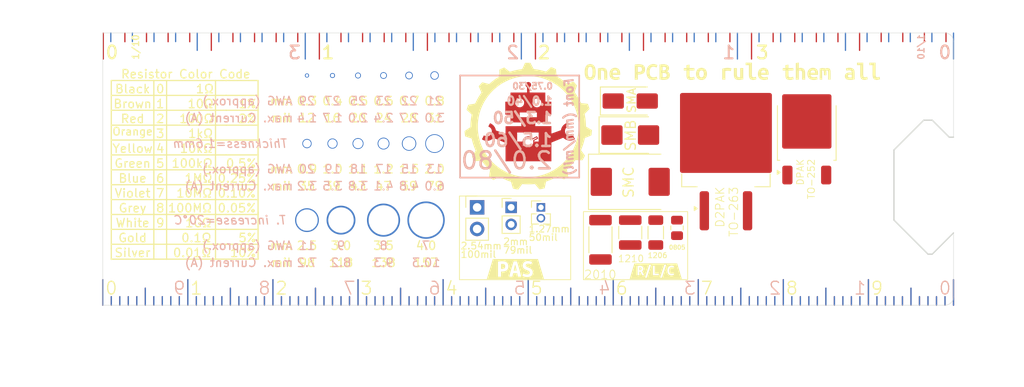
<source format=kicad_pcb>
(kicad_pcb (version 20240108) (generator "pcbnew") (generator_version "8.0")
  (layers (0 "F.Cu" signal) (31 "B.Cu" signal) (34 "B.Paste" user) (35 "F.Paste" user) (36 "B.SilkS" user "B.Silkscreen") (37 "F.SilkS" user "F.Silkscreen") (38 "B.Mask" user) (39 "F.Mask" user) (44 "Edge.Cuts" user))
  (net 0 "")
  (footprint "Footprints:Drills" (layer "F.Cu") (at 168 56)
    (property "Reference" "REF**" (hide yes))
    (property "Value" "Drills" (hide yes))
    (fp_text user "29" (at -5 7 0) (layer "B.SilkS") (effects (justify mirror)))
    (fp_text user "19" (at -2 15 0) (layer "B.SilkS") (effects (justify mirror)))
    (fp_text user "8" (at 4 24 0) (layer "B.SilkS") (effects (justify mirror)))
    (fp_text user "7.2" (at -5 26 0) (layer "B.SilkS") (effects (justify mirror)))
    (fp_text user "9.3" (at 4 26 0) (layer "B.SilkS") (effects (justify mirror)))
    (fp_text user "13" (at 10 15 0) (layer "B.SilkS") (effects (justify mirror)))
    (fp_text user "17" (at 4 15 0) (layer "B.SilkS") (effects (justify mirror)))
    (fp_text user "max. Current (A)" (at -13 17 0) (layer "B.SilkS") (effects (justify mirror)))
    (fp_text user "27" (at -2 7 0) (layer "B.SilkS") (effects (justify mirror)))
    (fp_text user "1.4" (at -5 9 0) (layer "B.SilkS") (effects (justify mirror)))
    (fp_text user "20" (at -5 15 0) (layer "B.SilkS") (effects (justify mirror)))
    (fp_text user "2.7" (at 7 9 0) (layer "B.SilkS") (effects (justify mirror)))
    (fp_text user "10.3" (at 9 26 0) (layer "B.SilkS") (effects (justify mirror)))
    (fp_text user "3.0" (at 10 9 0) (layer "B.SilkS") (effects (justify mirror)))
    (fp_text user "7" (at 9 24 0) (layer "B.SilkS") (effects (justify mirror)))
    (fp_text user "3.2" (at -5 17 0) (layer "B.SilkS") (effects (justify mirror)))
    (fp_text user "AWG (approx.)" (at -12 7 0) (layer "B.SilkS") (effects (justify mirror)))
    (fp_text user "9" (at -1 24 0) (layer "B.SilkS") (effects (justify mirror)))
    (fp_text user "2.0" (at 1 9 0) (layer "B.SilkS") (effects (justify mirror)))
    (fp_text user "22" (at 7 7 0) (layer "B.SilkS") (effects (justify mirror)))
    (fp_text user "6.0" (at 10 17 0) (layer "B.SilkS") (effects (justify mirror)))
    (fp_text user "4.8" (at 7 17 0) (layer "B.SilkS") (effects (justify mirror)))
    (fp_text user "2.4" (at 4 9 0) (layer "B.SilkS") (effects (justify mirror)))
    (fp_text user "3.8" (at 1 17 0) (layer "B.SilkS") (effects (justify mirror)))
    (fp_text user "1.7" (at -2 9 0) (layer "B.SilkS") (effects (justify mirror)))
    (fp_text user "3.5" (at -2 17 0) (layer "B.SilkS") (effects (justify mirror)))
    (fp_text user "11" (at -5 24 0) (layer "B.SilkS") (effects (justify mirror)))
    (fp_text user "T. increase=20°C" (at -14 21 0) (layer "B.SilkS") (effects (font (thickness 0.15) (italic yes)) (justify mirror)))
    (fp_text user "AWG (approx.)" (at -12 24 0) (layer "B.SilkS") (effects (justify mirror)))
    (fp_text user "Thickness=1.6mm" (at -14 12 0) (layer "B.SilkS") (effects (font (thickness 0.15) (italic yes)) (justify mirror)))
    (fp_text user "15" (at 7 15 0) (layer "B.SilkS") (effects (justify mirror)))
    (fp_text user "25" (at 1 7 0) (layer "B.SilkS") (effects (justify mirror)))
    (fp_text user "max. Current (A)" (at -13 26 0) (layer "B.SilkS") (effects (justify mirror)))
    (fp_text user "23" (at 4 7 0) (layer "B.SilkS") (effects (justify mirror)))
    (fp_text user "21" (at 10 7 0) (layer "B.SilkS") (effects (justify mirror)))
    (fp_text user "18" (at 1 15 0) (layer "B.SilkS") (effects (justify mirror)))
    (fp_text user "AWG (approx.)" (at -12 15 0) (layer "B.SilkS") (effects (justify mirror)))
    (fp_text user "max. Current (A)" (at -13 9 0) (layer "B.SilkS") (effects (justify mirror)))
    (fp_text user "4.1" (at 4 17 0) (layer "B.SilkS") (effects (justify mirror)))
    (fp_text user "8.2" (at -1 26 0) (layer "B.SilkS") (effects (justify mirror)))
    (fp_text user "3.5" (at 4 24 0) (layer "F.SilkS"))
    (fp_text user "24" (at 4 9 0) (layer "F.SilkS"))
    (fp_text user "1.5" (at 7 15 0) (layer "F.SilkS"))
    (fp_text user "3.0" (at -1 24 0) (layer "F.SilkS"))
    (fp_text user "mm" (at -8 24 0) (layer "F.SilkS"))
    (fp_text user "0.9" (at -5 15 0) (layer "F.SilkS"))
    (fp_text user "4.0" (at 9 24 0) (layer "F.SilkS"))
    (fp_text user "79" (at 10 17 0) (layer "F.SilkS"))
    (fp_text user "39" (at -2 17 0) (layer "F.SilkS"))
    (fp_text user "98" (at -5 26 0) (layer "F.SilkS"))
    (fp_text user "118" (at -1 26 0) (layer "F.SilkS"))
    (fp_text user "138" (at 4 26 0) (layer "F.SilkS"))
    (fp_text user "2.0" (at 10 15 0) (layer "F.SilkS"))
    (fp_text user "1.2" (at 4 15 0) (layer "F.SilkS"))
    (fp_text user "31" (at 10 9 0) (layer "F.SilkS"))
    (fp_text user "mm" (at -8 7 0) (layer "F.SilkS"))
    (fp_text user "mm" (at -8 15 0) (layer "F.SilkS"))
    (fp_text user "16" (at -2 9 0) (layer "F.SilkS"))
    (fp_text user "0.3" (at -5 7 0) (layer "F.SilkS"))
    (fp_text user "0.5" (at 1 7 0) (layer "F.SilkS"))
    (fp_text user "0.7" (at 7 7 0) (layer "F.SilkS"))
    (fp_text user "59" (at 7 17 0) (layer "F.SilkS"))
    (fp_text user "1.1" (at 1 15 0) (layer "F.SilkS"))
    (fp_text user "47" (at 4 17 0) (layer "F.SilkS"))
    (fp_text user "35" (at -5 17 0) (layer "F.SilkS"))
    (fp_text user "20" (at 1 9 0) (layer "F.SilkS"))
    (fp_text user "0.6" (at 4 7 0) (layer "F.SilkS"))
    (fp_text user "mil" (at -8 17 0) (layer "F.SilkS"))
    (fp_text user "28" (at 7 9 0) (layer "F.SilkS"))
    (fp_text user "0.8" (at 10 7 0) (layer "F.SilkS"))
    (fp_text user "157" (at 9 26 0) (layer "F.SilkS"))
    (fp_text user "mil" (at -8 26 0) (layer "F.SilkS"))
    (fp_text user "1.0" (at -2 15 0) (layer "F.SilkS"))
    (fp_text user "43" (at 1 17 0) (layer "F.SilkS"))
    (fp_text user "2.5" (at -5 24 0) (layer "F.SilkS"))
    (fp_text user "mil" (at -8 9 0) (layer "F.SilkS"))
    (fp_text user "12" (at -5 9 0) (layer "F.SilkS"))
    (fp_text user "0.4" (at -2 7 0) (layer "F.SilkS"))
    (pad "" np_thru_hole circle (at -5 4) (size 0.5 0.5) (drill 0.3048) (layers "B.Cu" "B.Mask"))
    (pad "" np_thru_hole circle (at -5 12) (size 1.1 1.1) (drill 0.9) (layers "B.Cu" "B.Mask"))
    (pad "" np_thru_hole circle (at -5 21) (size 2.8 2.8) (drill 2.5) (layers "B.Cu" "B.Mask"))
    (pad "" np_thru_hole circle (at -2 4) (size 0.6 0.6) (drill 0.4) (layers "B.Cu" "B.Mask"))
    (pad "" np_thru_hole circle (at -2 12) (size 1.2 1.2) (drill 1) (layers "B.Cu" "B.Mask"))
    (pad "" np_thru_hole circle (at -1 21) (size 3.4 3.4) (drill 3) (layers "B.Cu" "B.Mask"))
    (pad "" np_thru_hole circle (at 1 4) (size 0.7 0.7) (drill 0.5) (layers "B.Cu" "B.Mask"))
    (pad "" np_thru_hole circle (at 1 12) (size 1.3 1.3) (drill 1.1) (layers "B.Cu" "B.Mask"))
    (pad "" np_thru_hole circle (at 4 4) (size 0.8 0.8) (drill 0.6) (layers "B.Cu" "B.Mask"))
    (pad "" np_thru_hole circle (at 4 12) (size 1.4 1.4) (drill 1.2) (layers "B.Cu" "B.Mask"))
    (pad "" np_thru_hole circle (at 4 21) (size 3.9 3.9) (drill 3.5) (layers "B.Cu" "B.Mask"))
    (pad "" np_thru_hole circle (at 7 4) (size 0.9 0.9) (drill 0.7) (layers "B.Cu" "B.Mask"))
    (pad "" np_thru_hole circle (at 7 12) (size 1.7 1.7) (drill 1.5) (layers "B.Cu" "B.Mask"))
    (pad "" np_thru_hole circle (at 9 21) (size 4.4 4.4) (drill 4) (layers "B.Cu" "B.Mask"))
    (pad "" np_thru_hole circle (at 10 4) (size 1 1) (drill 0.8) (layers "B.Cu" "B.Mask"))
    (pad "" np_thru_hole circle (at 10 12) (size 2.2 2.2) (drill 2) (layers "B.Cu" "B.Mask"))
  )
  (footprint "Resistor_SMD:R_1210_3225Metric" (layer "F.Cu") (at 201 78.4625 90)
    (property "Reference" "REF**" (hide yes))
    (property "Value" "R_1210_3225Metric" (hide yes))
    (pad "1" smd roundrect (at -1.4625 0 90) (size 1.125 2.65) (layers "F.Cu" "F.Paste" "F.Mask") (roundrect_rratio 0.222222))
    (pad "2" smd roundrect (at 1.4625 0 90) (size 1.125 2.65) (layers "F.Cu" "F.Paste" "F.Mask") (roundrect_rratio 0.222222))
  )
  (footprint "MountingHole:MountingHole_3.2mm_M3_DIN965" (layer "F.Cu") (at 234.75 60.75)
    (property "Reference" "REF**" (hide yes))
    (property "Value" "MountingHole_3.2mm_M3_DIN965")
    (pad "" np_thru_hole circle (at 0 0) (size 3.2 3.2) (drill 3.2) (layers "*.Cu" "*.Mask"))
  )
  (footprint "Diode_SMD:D_SMB" (layer "F.Cu") (at 201 67)
    (property "Reference" "REF**" (hide yes))
    (property "Value" "D_SMB")
    (pad "1" smd roundrect (at -2.15 0) (size 2.5 2.3) (layers "F.Cu" "F.Paste" "F.Mask") (roundrect_rratio 0.1086956522))
    (pad "2" smd roundrect (at 2.15 0) (size 2.5 2.3) (layers "F.Cu" "F.Paste" "F.Mask") (roundrect_rratio 0.1086956522))
  )
  (footprint "Package_TO_SOT_SMD:TO-252-2" (layer "F.Cu") (at 221.7525 66.66 90)
    (property "Reference" "REF**" (hide yes))
    (property "Value" "TO-252-2")
    (pad "1" smd roundrect (at -5.04 -2.28 90) (size 2.2 1.2) (layers "F.Cu" "F.Paste" "F.Mask") (roundrect_rratio 0.208333))
    (pad "2" smd roundrect (at 1.26 0 90) (size 6.4 5.8) (layers "F.Cu" "F.Paste" "F.Mask") (roundrect_rratio 0.043103))
    (pad "3" smd roundrect (at -5.04 2.28 90) (size 2.2 1.2) (layers "F.Cu" "F.Paste" "F.Mask") (roundrect_rratio 0.208333))
  )
  (footprint "Connector_PinHeader_1.27mm:PinHeader_1x02_P1.27mm_Vertical" (layer "F.Cu") (at 190.5 75.5)
    (property "Reference" "REF**" (hide yes))
    (property "Value" "PinHeader_1x02_P1.27mm_Vertical" (hide yes))
    (pad "1" thru_hole rect (at 0 0) (size 1 1) (drill 0.65) (layers "*.Cu" "*.Mask"))
    (pad "2" thru_hole oval (at 0 1.27) (size 1 1) (drill 0.65) (layers "*.Cu" "*.Mask"))
  )
  (footprint "Footprints:Inch_Ruler_3.5in_10" (layer "F.Cu") (at 139.0575 55)
    (property "Reference" "REF**" (hide yes))
    (property "Value" "Inch_Ruler_3.5in_10")
    (fp_line (start 0 0.0127) (end 0 3.0607) (stroke (width 0.15)) (layer "F.Cu"))
    (fp_line (start 2.54 0.0127) (end 2.54 1.0287) (stroke (width 0.15)) (layer "F.Cu"))
    (fp_line (start 5.08 0.0127) (end 5.08 1.0287) (stroke (width 0.15)) (layer "F.Cu"))
    (fp_line (start 7.62 0.0127) (end 7.62 1.0287) (stroke (width 0.15)) (layer "F.Cu"))
    (fp_line (start 10.16 0.0127) (end 10.16 1.0287) (stroke (width 0.15)) (layer "F.Cu"))
    (fp_line (start 12.7 0.0127) (end 12.7 2.0447) (stroke (width 0.15)) (layer "F.Cu"))
    (fp_line (start 15.24 0.0127) (end 15.24 1.0287) (stroke (width 0.15)) (layer "F.Cu"))
    (fp_line (start 17.78 0.0127) (end 17.78 1.0287) (stroke (width 0.15)) (layer "F.Cu"))
    (fp_line (start 20.32 0.0127) (end 20.32 1.0287) (stroke (width 0.15)) (layer "F.Cu"))
    (fp_line (start 22.86 0.0127) (end 22.86 1.0287) (stroke (width 0.15)) (layer "F.Cu"))
    (fp_line (start 25.4 0.0127) (end 25.4 3.0607) (stroke (width 0.15)) (layer "F.Cu"))
    (fp_line (start 27.94 0.0127) (end 27.94 1.0287) (stroke (width 0.15)) (layer "F.Cu"))
    (fp_line (start 30.48 0.0127) (end 30.48 1.0287) (stroke (width 0.15)) (layer "F.Cu"))
    (fp_line (start 33.02 0.0127) (end 33.02 1.0287) (stroke (width 0.15)) (layer "F.Cu"))
    (fp_line (start 35.56 0.0127) (end 35.56 1.0287) (stroke (width 0.15)) (layer "F.Cu"))
    (fp_line (start 38.1 0.0127) (end 38.1 2.0447) (stroke (width 0.15)) (layer "F.Cu"))
    (fp_line (start 40.64 0.0127) (end 40.64 1.0287) (stroke (width 0.15)) (layer "F.Cu"))
    (fp_line (start 43.18 0.0127) (end 43.18 1.0287) (stroke (width 0.15)) (layer "F.Cu"))
    (fp_line (start 45.72 0.0127) (end 45.72 1.0287) (stroke (width 0.15)) (layer "F.Cu"))
    (fp_line (start 48.26 0.0127) (end 48.26 1.0287) (stroke (width 0.15)) (layer "F.Cu"))
    (fp_line (start 50.8 0.0127) (end 50.8 3.0607) (stroke (width 0.15)) (layer "F.Cu"))
    (fp_line (start 53.34 0.0127) (end 53.34 1.0287) (stroke (width 0.15)) (layer "F.Cu"))
    (fp_line (start 55.88 0.0127) (end 55.88 1.0287) (stroke (width 0.15)) (layer "F.Cu"))
    (fp_line (start 58.42 0.0127) (end 58.42 1.0287) (stroke (width 0.15)) (layer "F.Cu"))
    (fp_line (start 60.96 0.0127) (end 60.96 1.0287) (stroke (width 0.15)) (layer "F.Cu"))
    (fp_line (start 63.5 0.0127) (end 63.5 2.0447) (stroke (width 0.15)) (layer "F.Cu"))
    (fp_line (start 66.04 0.0127) (end 66.04 1.0287) (stroke (width 0.15)) (layer "F.Cu"))
    (fp_line (start 68.58 0.0127) (end 68.58 1.0287) (stroke (width 0.15)) (layer "F.Cu"))
    (fp_line (start 71.12 0.0127) (end 71.12 1.0287) (stroke (width 0.15)) (layer "F.Cu"))
    (fp_line (start 73.66 0.0127) (end 73.66 1.0287) (stroke (width 0.15)) (layer "F.Cu"))
    (fp_line (start 76.2 0.0127) (end 76.2 3.0607) (stroke (width 0.15)) (layer "F.Cu"))
    (fp_line (start 78.74 0.0127) (end 78.74 1.0287) (stroke (width 0.15)) (layer "F.Cu"))
    (fp_line (start 81.28 0.0127) (end 81.28 1.0287) (stroke (width 0.15)) (layer "F.Cu"))
    (fp_line (start 83.82 0.0127) (end 83.82 1.0287) (stroke (width 0.15)) (layer "F.Cu"))
    (fp_line (start 86.36 0.0127) (end 86.36 1.0287) (stroke (width 0.15)) (layer "F.Cu"))
    (fp_line (start 88.9 0.0127) (end 88.9 2.0447) (stroke (width 0.15)) (layer "F.Cu"))
    (fp_line (start 91.44 0) (end 91.44 1.016) (stroke (width 0.15)) (layer "F.Cu"))
    (fp_line (start 93.98 0) (end 93.98 1.016) (stroke (width 0.15)) (layer "F.Cu"))
    (fp_line (start 96.52 0) (end 96.52 1.016) (stroke (width 0.15)) (layer "F.Cu"))
    (fp_line (start 99.06 0) (end 99.06 1.016) (stroke (width 0.15)) (layer "F.Cu"))
    (fp_text user "1" (at 26.416 2.2987 0) (layer "F.SilkS") (effects (font (size 1.5 1.5) (thickness 0.25))))
    (fp_text user "2" (at 51.816 2.2987 0) (layer "F.SilkS") (effects (font (size 1.5 1.5) (thickness 0.25))))
    (fp_text user "3" (at 77.47 2.2987 0) (layer "F.SilkS") (effects (font (size 1.5 1.5) (thickness 0.25))))
    (fp_text user "0" (at 1.016 2.286 0) (layer "F.SilkS") (effects (font (size 1.5 1.5) (thickness 0.25))))
    (fp_text user "1/10" (at 3.81 1.651 90) (layer "F.SilkS") (effects (font (size 0.75 0.75))))
  )
  (footprint "Diode_SMD:D_SMC" (layer "F.Cu") (at 201 72.5)
    (property "Reference" "REF**" (hide yes))
    (property "Value" "D_SMC")
    (pad "1" smd roundrect (at -3.4 0 90) (size 3.3 2.5) (layers "F.Cu" "F.Paste" "F.Mask") (roundrect_rratio 0.1))
    (pad "2" smd roundrect (at 3.4 0 90) (size 3.3 2.5) (layers "F.Cu" "F.Paste" "F.Mask") (roundrect_rratio 0.1))
  )
  (footprint "Diode_SMD:D_SMA" (layer "F.Cu") (at 201 63)
    (property "Reference" "REF**" (hide yes))
    (property "Value" "D_SMA")
    (pad "1" smd roundrect (at -2 0) (size 2.5 1.8) (layers "F.Cu" "F.Paste" "F.Mask") (roundrect_rratio 0.1388888889))
    (pad "2" smd roundrect (at 2 0) (size 2.5 1.8) (layers "F.Cu" "F.Paste" "F.Mask") (roundrect_rratio 0.1388888889))
  )
  (footprint "Footprints:Metric_Ruler_98mm" (layer "F.Cu") (at 146 83)
    (property "Reference" "REF**" (hide yes))
    (property "Value" "Metric_Ruler_90mm")
    (fp_line (start -7 4) (end -7 1) (stroke (width 0.15)) (layer "F.Cu"))
    (fp_line (start -6 4) (end -6 3) (stroke (width 0.15)) (layer "F.Cu"))
    (fp_line (start -5 4) (end -5 3) (stroke (width 0.15)) (layer "F.Cu"))
    (fp_line (start -4 4) (end -4 3) (stroke (width 0.15)) (layer "F.Cu"))
    (fp_line (start -3 4) (end -3 3) (stroke (width 0.15)) (layer "F.Cu"))
    (fp_line (start -2 4) (end -2 2) (stroke (width 0.15)) (layer "F.Cu"))
    (fp_line (start -1 4) (end -1 3) (stroke (width 0.15)) (layer "F.Cu"))
    (fp_line (start 0 4) (end 0 3) (stroke (width 0.15)) (layer "F.Cu"))
    (fp_line (start 1 4) (end 1 3) (stroke (width 0.15)) (layer "F.Cu"))
    (fp_line (start 2 4) (end 2 3) (stroke (width 0.15)) (layer "F.Cu"))
    (fp_line (start 3 4) (end 3 1) (stroke (width 0.15)) (layer "F.Cu"))
    (fp_line (start 4 4) (end 4 3) (stroke (width 0.15)) (layer "F.Cu"))
    (fp_line (start 5 4) (end 5 3) (stroke (width 0.15)) (layer "F.Cu"))
    (fp_line (start 6 4) (end 6 3) (stroke (width 0.15)) (layer "F.Cu"))
    (fp_line (start 7 4) (end 7 3) (stroke (width 0.15)) (layer "F.Cu"))
    (fp_line (start 8 4) (end 8 2) (stroke (width 0.15)) (layer "F.Cu"))
    (fp_line (start 9 4) (end 9 3) (stroke (width 0.15)) (layer "F.Cu"))
    (fp_line (start 10 4) (end 10 3) (stroke (width 0.15)) (layer "F.Cu"))
    (fp_line (start 11 4) (end 11 3) (stroke (width 0.15)) (layer "F.Cu"))
    (fp_line (start 12 4) (end 12 3) (stroke (width 0.15)) (layer "F.Cu"))
    (fp_line (start 13 4) (end 13 1) (stroke (width 0.15)) (layer "F.Cu"))
    (fp_line (start 14 4) (end 14 3) (stroke (width 0.15)) (layer "F.Cu"))
    (fp_line (start 15 4) (end 15 3) (stroke (width 0.15)) (layer "F.Cu"))
    (fp_line (start 16 4) (end 16 3) (stroke (width 0.15)) (layer "F.Cu"))
    (fp_line (start 17 4) (end 17 3) (stroke (width 0.15)) (layer "F.Cu"))
    (fp_line (start 18 4) (end 18 2) (stroke (width 0.15)) (layer "F.Cu"))
    (fp_line (start 19 4) (end 19 3) (stroke (width 0.15)) (layer "F.Cu"))
    (fp_line (start 20 4) (end 20 3) (stroke (width 0.15)) (layer "F.Cu"))
    (fp_line (start 21 4) (end 21 3) (stroke (width 0.15)) (layer "F.Cu"))
    (fp_line (start 22 4) (end 22 3) (stroke (width 0.15)) (layer "F.Cu"))
    (fp_line (start 23 4) (end 23 1) (stroke (width 0.15)) (layer "F.Cu"))
    (fp_line (start 24 4) (end 24 3) (stroke (width 0.15)) (layer "F.Cu"))
    (fp_line (start 25 4) (end 25 3) (stroke (width 0.15)) (layer "F.Cu"))
    (fp_line (start 26 4) (end 26 3) (stroke (width 0.15)) (layer "F.Cu"))
    (fp_line (start 27 4) (end 27 3) (stroke (width 0.15)) (layer "F.Cu"))
    (fp_line (start 28 4) (end 28 2) (stroke (width 0.15)) (layer "F.Cu"))
    (fp_line (start 29 4) (end 29 3) (stroke (width 0.15)) (layer "F.Cu"))
    (fp_line (start 30 4) (end 30 3) (stroke (width 0.15)) (layer "F.Cu"))
    (fp_line (start 31 4) (end 31 3) (stroke (width 0.15)) (layer "F.Cu"))
    (fp_line (start 32 4) (end 32 3) (stroke (width 0.15)) (layer "F.Cu"))
    (fp_line (start 33 4) (end 33 1) (stroke (width 0.15)) (layer "F.Cu"))
    (fp_line (start 34 4) (end 34 3) (stroke (width 0.15)) (layer "F.Cu"))
    (fp_line (start 35 4) (end 35 3) (stroke (width 0.15)) (layer "F.Cu"))
    (fp_line (start 36 4) (end 36 3) (stroke (width 0.15)) (layer "F.Cu"))
    (fp_line (start 37 4) (end 37 3) (stroke (width 0.15)) (layer "F.Cu"))
    (fp_line (start 38 4) (end 38 2) (stroke (width 0.15)) (layer "F.Cu"))
    (fp_line (start 39 4) (end 39 3) (stroke (width 0.15)) (layer "F.Cu"))
    (fp_line (start 40 4) (end 40 3) (stroke (width 0.15)) (layer "F.Cu"))
    (fp_line (start 41 4) (end 41 3) (stroke (width 0.15)) (layer "F.Cu"))
    (fp_line (start 42 4) (end 42 3) (stroke (width 0.15)) (layer "F.Cu"))
    (fp_line (start 43 4) (end 43 1) (stroke (width 0.15)) (layer "F.Cu"))
    (fp_line (start 44 4) (end 44 3) (stroke (width 0.15)) (layer "F.Cu"))
    (fp_line (start 45 4) (end 45 3) (stroke (width 0.15)) (layer "F.Cu"))
    (fp_line (start 46 4) (end 46 3) (stroke (width 0.15)) (layer "F.Cu"))
    (fp_line (start 47 4) (end 47 3) (stroke (width 0.15)) (layer "F.Cu"))
    (fp_line (start 48 4) (end 48 2) (stroke (width 0.15)) (layer "F.Cu"))
    (fp_line (start 49 4) (end 49 3) (stroke (width 0.15)) (layer "F.Cu"))
    (fp_line (start 50 4) (end 50 3) (stroke (width 0.15)) (layer "F.Cu"))
    (fp_line (start 51 4) (end 51 3) (stroke (width 0.15)) (layer "F.Cu"))
    (fp_line (start 52 4) (end 52 3) (stroke (width 0.15)) (layer "F.Cu"))
    (fp_line (start 53 4) (end 53 1) (stroke (width 0.15)) (layer "F.Cu"))
    (fp_line (start 54 4) (end 54 3) (stroke (width 0.15)) (layer "F.Cu"))
    (fp_line (start 55 4) (end 55 3) (stroke (width 0.15)) (layer "F.Cu"))
    (fp_line (start 56 4) (end 56 3) (stroke (width 0.15)) (layer "F.Cu"))
    (fp_line (start 57 4) (end 57 3) (stroke (width 0.15)) (layer "F.Cu"))
    (fp_line (start 58 4) (end 58 2) (stroke (width 0.15)) (layer "F.Cu"))
    (fp_line (start 59 4) (end 59 3) (stroke (width 0.15)) (layer "F.Cu"))
    (fp_line (start 60 4) (end 60 3) (stroke (width 0.15)) (layer "F.Cu"))
    (fp_line (start 61 4) (end 61 3) (stroke (width 0.15)) (layer "F.Cu"))
    (fp_line (start 62 4) (end 62 3) (stroke (width 0.15)) (layer "F.Cu"))
    (fp_line (start 63 4) (end 63 1) (stroke (width 0.15)) (layer "F.Cu"))
    (fp_line (start 64 4) (end 64 3) (stroke (width 0.15)) (layer "F.Cu"))
    (fp_line (start 65 4) (end 65 3) (stroke (width 0.15)) (layer "F.Cu"))
    (fp_line (start 66 4) (end 66 3) (stroke (width 0.15)) (layer "F.Cu"))
    (fp_line (start 67 4) (end 67 3) (stroke (width 0.15)) (layer "F.Cu"))
    (fp_line (start 68 4) (end 68 2) (stroke (width 0.15)) (layer "F.Cu"))
    (fp_line (start 69 4) (end 69 3) (stroke (width 0.15)) (layer "F.Cu"))
    (fp_line (start 70 4) (end 70 3) (stroke (width 0.15)) (layer "F.Cu"))
    (fp_line (start 71 4) (end 71 3) (stroke (width 0.15)) (layer "F.Cu"))
    (fp_line (start 72 4) (end 72 3) (stroke (width 0.15)) (layer "F.Cu"))
    (fp_line (start 73 4) (end 73 1) (stroke (width 0.15)) (layer "F.Cu"))
    (fp_line (start 74 4) (end 74 3) (stroke (width 0.15)) (layer "F.Cu"))
    (fp_line (start 75 4) (end 75 3) (stroke (width 0.15)) (layer "F.Cu"))
    (fp_line (start 76 4) (end 76 3) (stroke (width 0.15)) (layer "F.Cu"))
    (fp_line (start 77 4) (end 77 3) (stroke (width 0.15)) (layer "F.Cu"))
    (fp_line (start 78 4) (end 78 2) (stroke (width 0.15)) (layer "F.Cu"))
    (fp_line (start 79 4) (end 79 3) (stroke (width 0.15)) (layer "F.Cu"))
    (fp_line (start 80 4) (end 80 3) (stroke (width 0.15)) (layer "F.Cu"))
    (fp_line (start 81 4) (end 81 3) (stroke (width 0.15)) (layer "F.Cu"))
    (fp_line (start 82 4) (end 82 3) (stroke (width 0.15)) (layer "F.Cu"))
    (fp_line (start 83 4) (end 83 1) (stroke (width 0.15)) (layer "F.Cu"))
    (fp_line (start 84 4) (end 84 3) (stroke (width 0.15)) (layer "F.Cu"))
    (fp_line (start 85 4) (end 85 3) (stroke (width 0.15)) (layer "F.Cu"))
    (fp_line (start 86 4) (end 86 3) (stroke (width 0.15)) (layer "F.Cu"))
    (fp_line (start 87 4) (end 87 3) (stroke (width 0.15)) (layer "F.Cu"))
    (fp_line (start 88 4) (end 88 2) (stroke (width 0.15)) (layer "F.Cu"))
    (fp_line (start 89 4) (end 89 3) (stroke (width 0.15)) (layer "F.Cu"))
    (fp_line (start 90 4) (end 90 3) (stroke (width 0.15)) (layer "F.Cu"))
    (fp_line (start 91 4) (end 91 3) (stroke (width 0.15)) (layer "F.Cu"))
    (fp_line (start 92 4) (end 92 3) (stroke (width 0.15)) (layer "F.Cu"))
    (fp_line (start 93 4) (end 93 1) (stroke (width 0.15)) (layer "F.Cu"))
    (fp_text user "8" (at 74 2 0) (layer "F.SilkS") (effects (font (size 1.5 1.5))))
    (fp_text user "0" (at -6 2 0) (layer "F.SilkS") (effects (font (size 1.5 1.5))))
    (fp_text user "3" (at 24 2 0) (layer "F.SilkS") (effects (font (size 1.5 1.5))))
    (fp_text user "1" (at 4 2 0) (layer "F.SilkS") (effects (font (size 1.5 1.5))))
    (fp_text user "5" (at 44 2 0) (layer "F.SilkS") (effects (font (size 1.5 1.5))))
    (fp_text user "7" (at 64 2 0) (layer "F.SilkS") (effects (font (size 1.5 1.5))))
    (fp_text user "2" (at 14 2 0) (layer "F.SilkS") (effects (font (size 1.5 1.5))))
    (fp_text user "6" (at 54 2 0) (layer "F.SilkS") (effects (font (size 1.5 1.5))))
    (fp_text user "9" (at 84 2 0) (layer "F.SilkS") (effects (font (size 1.5 1.5))))
    (fp_text user "4" (at 34 2 0) (layer "F.SilkS") (effects (font (size 1.5 1.5))))
  )
  (footprint "Resistor_SMD:R_2010_5025Metric" (layer "F.Cu") (at 197.5 79.3125 90)
    (property "Reference" "REF**" (hide yes))
    (property "Value" "R_2010_5025Metric" (hide yes))
    (pad "1" smd roundrect (at -2.3125 0 90) (size 1.225 2.65) (layers "F.Cu" "F.Paste" "F.Mask") (roundrect_rratio 0.204082))
    (pad "2" smd roundrect (at 2.3125 0 90) (size 1.225 2.65) (layers "F.Cu" "F.Paste" "F.Mask") (roundrect_rratio 0.204082))
  )
  (footprint "kibuzzard-66C2FC0E" (layer "F.Cu") (at 204 83)
    (property "Reference" "kibuzzard-66C2FC0E" (hide yes))
    (property "Value" "G***" (hide yes))
  )
  (footprint "kibuzzard-66C2FB9B" (layer "F.Cu") (at 187.5 82.75)
    (property "Reference" "kibuzzard-66C2FB9B" (hide yes))
    (property "Value" "G***" (hide yes))
  )
  (footprint "Resistor_SMD:R_1206_3216Metric" (layer "F.Cu") (at 204 78.4625 90)
    (property "Reference" "REF**" (hide yes))
    (property "Value" "R_1206_3216Metric" (hide yes))
    (pad "1" smd roundrect (at -1.4625 0 90) (size 1.125 1.75) (layers "F.Cu" "F.Paste" "F.Mask") (roundrect_rratio 0.222222))
    (pad "2" smd roundrect (at 1.4625 0 90) (size 1.125 1.75) (layers "F.Cu" "F.Paste" "F.Mask") (roundrect_rratio 0.222222))
  )
  (footprint "Resistor_SMD:R_0805_2012Metric" (layer "F.Cu") (at 206.5 77.9125 90)
    (property "Reference" "REF**" (hide yes))
    (property "Value" "R_0805_2012Metric" (hide yes))
    (pad "1" smd roundrect (at -0.9125 0 90) (size 1.025 1.4) (layers "F.Cu" "F.Paste" "F.Mask") (roundrect_rratio 0.243902))
    (pad "2" smd roundrect (at 0.9125 0 90) (size 1.025 1.4) (layers "F.Cu" "F.Paste" "F.Mask") (roundrect_rratio 0.243902))
  )
  (footprint "Connector_PinHeader_2.54mm:PinHeader_1x02_P2.54mm_Vertical" (layer "F.Cu") (at 183 75.5)
    (property "Reference" "REF**" (hide yes))
    (property "Value" "PinHeader_1x02_P2.54mm_Vertical" (hide yes))
    (pad "1" thru_hole rect (at 0 0) (size 1.7 1.7) (drill 1) (layers "*.Cu" "*.Mask"))
    (pad "2" thru_hole oval (at 0 2.54) (size 1.7 1.7) (drill 1) (layers "*.Cu" "*.Mask"))
  )
  (footprint "LOGO" (layer "F.Cu") (at 189 66)
    (property "Reference" "G***" (hide yes))
    (property "Value" "LOGO" (hide yes))
    (fp_poly (pts (xy 0.1312 -5.218129) (xy 0.204962 -5.181938) (xy 0.268656 -5.126538) (xy 0.271578 -5.123172) (xy 0.31894 -5.049891) (xy 0.34438 -4.966979) (xy 0.347678 -4.879115) (xy 0.332248 -4.797452) (xy 0.29852 -4.727695) (xy 0.24383 -4.66471) (xy 0.229878 -4.652247) (xy 0.169264 -4.600048) (xy 0.169259 -4.300909) (xy 0.169253 -4.001769) (xy 1.091076 -3.998672) (xy 2.012898 -3.995574) (xy 2.018943 -3.463637) (xy 2.024988 -2.931699) (xy 2.375583 -2.925655) (xy 2.726178 -2.91961) (xy 2.726178 -2.157973) (xy 2.726178 -1.396335) (xy 2.372707 -1.39313) (xy 2.019237 -1.389926) (xy 2.016068 -0.939775) (xy 2.012898 -0.489624) (xy 1.426559 -0.483579) (xy 0.840219 -0.477535) (xy 0.836917 -0.262946) (xy 0.833616 -0.048358) (xy 1.782919 -0.048358) (xy 2.732223 -0.048358) (xy 2.732223 0.386863) (xy 2.732396 0.505875) (xy 2.732959 0.602607) (xy 2.733978 0.678958) (xy 2.735519 0.736824) (xy 2.737648 0.778103) (xy 2.740431 0.804692) (xy 2.743934 0.81849) (xy 2.747334 0.821592) (xy 2.761431 0.817496) (xy 2.79597 0.805949) (xy 2.848669 0.787754) (xy 2.917244 0.763717) (xy 2.999413 0.734641) (xy 3.092892 0.70133) (xy 3.1954 0.664591) (xy 3.304651 0.625226) (xy 3.305454 0.624936) (xy 3.848462 0.428772) (xy 3.86338 0.356437) (xy 3.905458 0.211144) (xy 3.969338 0.073111) (xy 4.053143 -0.055291) (xy 4.154996 -0.171689) (xy 4.273021 -0.273713) (xy 4.405339 -0.35899) (xy 4.446744 -0.38056) (xy 4.487846 -0.400507) (xy 4.520042 -0.415448) (xy 4.537698 -0.422788) (xy 4.539194 -0.423132) (xy 4.545849 -0.412998) (xy 4.561132 -0.385368) (xy 4.582914 -0.344403) (xy 4.609069 -0.294264) (xy 4.63747 -0.239111) (xy 4.665989 -0.183103) (xy 4.6925 -0.130402) (xy 4.714874 -0.085168) (xy 4.730985 -0.051561) (xy 4.738706 -0.033741) (xy 4.739076 -0.032205) (xy 4.729047 -0.025234) (xy 4.702384 -0.010536) (xy 4.664221 0.009096) (xy 4.651428 0.015466) (xy 4.548554 0.078744) (xy 4.464297 0.157055) (xy 4.399493 0.249047) (xy 4.35498 0.353369) (xy 4.331592 0.46867) (xy 4.328034 0.538178) (xy 4.339486 0.657139) (xy 4.373069 0.767658) (xy 4.427619 0.867715) (xy 4.501975 0.955292) (xy 4.594974 1.028369) (xy 4.618358 1.042612) (xy 4.716809 1.086206) (xy 4.824101 1.109695) (xy 4.935687 1.11311) (xy 5.047025 1.09648) (xy 5.153568 1.059837) (xy 5.195367 1.038725) (xy 5.258749 1.003319) (xy 5.373687 1.232952) (xy 5.40777 1.301521) (xy 5.437836 1.362921) (xy 5.462296 1.413825) (xy 5.479557 1.45091) (xy 5.488029 1.47085) (xy 5.488624 1.473111) (xy 5.478316 1.484521) (xy 5.450766 1.502569) (xy 5.411039 1.524563) (xy 5.364201 1.547809) (xy 5.315316 1.569614) (xy 5.283103 1.582389) (xy 5.168647 1.618048) (xy 5.053158 1.639064) (xy 4.927073 1.647094) (xy 4.908329 1.647275) (xy 4.752298 1.637713) (xy 4.605604 1.607223) (xy 4.466158 1.55501) (xy 4.33187 1.480278) (xy 4.200649 1.382232) (xy 4.191589 1.37453) (xy 4.121635 1.314601) (xy 3.490399 1.572012) (xy 3.371426 1.620558) (xy 3.257513 1.667097) (xy 3.150934 1.710697) (xy 3.05396 1.750426) (xy 2.968866 1.78535) (xy 2.897923 1.814538) (xy 2.843406 1.837056) (xy 2.807586 1.851972) (xy 2.795692 1.857026) (xy 2.732223 1.884628) (xy 2.732223 2.985436) (xy 2.732223 4.086244) (xy 0.036268 4.086244) (xy -2.659686 4.086244) (xy -2.659686 3.00083) (xy -2.659686 2.171549) (xy -0.652832 2.171549) (xy -0.64669 2.190704) (xy -0.632296 2.216125) (xy -0.6157 2.238529) (xy -0.602949 2.248627) (xy -0.602613 2.248643) (xy -0.585712 2.242994) (xy -0.555216 2.228309) (xy -0.524011 2.211298) (xy -0.458739 2.173953) (xy -0.382969 2.244544) (xy -0.294084 2.315907) (xy -0.202697 2.365074) (xy -0.104148 2.393929) (xy 0.006224 2.404359) (xy 0.012089 2.40443) (xy 0.065589 2.40312) (xy 0.117636 2.39893) (xy 0.155812 2.392985) (xy 0.260135 2.35704) (xy 0.354313 2.301357) (xy 0.436335 2.228967) (xy 0.504191 2.1429) (xy 0.55587 2.046189) (xy 0.589362 1.941865) (xy 0.602655 1.832958) (xy 0.595192 1.730596) (xy 0.587153 1.686479) (xy 0.579761 1.650614) (xy 0.574695 1.631026) (xy 0.579981 1.620786) (xy 0.601809 1.603386) (xy 0.64141 1.578049) (xy 0.70002 1.544001) (xy 0.77887 1.500465) (xy 0.802944 1.48744) (xy 1.037545 1.360934) (xy 1.014125 1.315026) (xy 0.990704 1.269118) (xy 0.903372 1.316656) (xy 0.858008 1.341376) (xy 0.799061 1.373537) (xy 0.73416 1.408975) (xy 0.670966 1.443509) (xy 0.525892 1.522824) (xy 0.502592 1.489803) (xy 0.451214 1.429859) (xy 0.384925 1.371174) (xy 0.312275 1.320844) (xy 0.273619 1.299741) (xy 0.165484 1.259149) (xy 0.056792 1.240919) (xy -0.050153 1.243479) (xy -0.153042 1.26526) (xy -0.249571 1.30469) (xy -0.337433 1.360198) (xy -0.414321 1.430214) (xy -0.47793 1.513168) (xy -0.525953 1.607487) (xy -0.556084 1.711603) (xy -0.566017 1.823943) (xy -0.563875 1.870158) (xy -0.55638 1.925501) (xy -0.544272 1.981876) (xy -0.532437 2.020556) (xy -0.519777 2.055323) (xy -0.512166 2.079101) (xy -0.511068 2.085763) (xy -0.522161 2.092123) (xy -0.548546 2.107058) (xy -0.583318 2.126661) (xy -0.618613 2.147332) (xy -0.643633 2.163518) (xy -0.652832 2.171549) (xy -2.659686 2.171549) (xy -2.659686 1.915415) (xy -3.08584 1.741676) (xy -3.196559 1.696536) (xy -3.313337 1.648923) (xy -3.431126 1.600896) (xy -3.544875 1.554514) (xy -3.649532 1.511838) (xy -3.740049 1.474925) (xy -3.787762 1.455466) (xy -4.06353 1.342996) (xy -4.150447 1.416097) (xy -4.270738 1.506412) (xy -4.394559 1.576483) (xy -4.528961 1.629988) (xy -4.602028 1.651595) (xy -4.673274 1.6649) (xy -4.760424 1.672432) (xy -4.855923 1.674274) (xy -4.952215 1.67051) (xy -5.041746 1.661222) (xy -5.116959 1.646496) (xy -5.119243 1.645882) (xy -5.170866 1.629735) (xy -5.227855 1.60851) (xy -5.285371 1.584434) (xy -5.338573 1.559733) (xy -5.382621 1.536636) (xy -5.412674 1.517368) (xy -5.42352 1.505885) (xy -5.420146 1.490735) (xy -5.407217 1.457482) (xy -5.386238 1.409525) (xy -5.358715 1.350262) (xy -5.326153 1.28309) (xy -5.313976 1.258601) (xy -5.301226 1.233127) (xy -1.293575 1.233127) (xy -1.293575 1.765064) (xy -0.986605 1.765064) (xy -0.679635 1.765064) (xy -0.66027 1.679314) (xy -0.643973 1.620862) (xy -0.621722 1.557842) (xy -0.603725 1.515661) (xy -0.565092 1.450433) (xy -0.511531 1.381151) (xy -0.449504 1.31503) (xy -0.385474 1.259286) (xy -0.354558 1.237451) (xy -0.280167 1.198122) (xy -0.191861 1.164595) (xy -0.09978 1.140232) (xy -0.028781 1.129469) (xy 0.080597 1.130988) (xy 0.193074 1.153087) (xy 0.303066 1.19378) (xy 0.404989 1.251082) (xy 0.480107 1.310434) (xy 0.554645 1.379443) (xy 0.606761 1.352894) (xy 0.634808 1.338187) (xy 0.679254 1.314387) (xy 0.735321 1.284073) (xy 0.798234 1.249825) (xy 0.844451 1.224528) (xy 0.904738 1.191763) (xy 0.957249 1.163817) (xy 0.998521 1.142485) (xy 1.025092 1.129562) (xy 1.033544 1.126539) (xy 1.040384 1.137984) (xy 1.056518 1.166467) (xy 1.079609 1.207825) (xy 1.107323 1.257898) (xy 1.110328 1.263351) (xy 1.141969 1.322337) (xy 1.16194 1.363789) (xy 1.171424 1.39065) (xy 1.171605 1.405865) (xy 1.16907 1.409603) (xy 1.154386 1.419185) (xy 1.121829 1.438232) (xy 1.074845 1.464801) (xy 1.01688 1.496947) (xy 0.951378 1.532727) (xy 0.936935 1.540549) (xy 0.870613 1.576625) (xy 0.811395 1.609236) (xy 0.762645 1.636498) (xy 0.727728 1.656526) (xy 0.710007 1.667433) (xy 0.708742 1.668429) (xy 0.703781 1.686068) (xy 0.705311 1.716192) (xy 0.706267 1.721848) (xy 0.714375 1.765064) (xy 0.973751 1.765064) (xy 1.233127 1.765064) (xy 1.233127 1.233127) (xy 1.233127 0.70119) (xy -0.030224 0.70119) (xy -1.293575 0.70119) (xy -1.293575 1.233127) (xy -5.301226 1.233127) (xy -5.198257 1.027408) (xy -5.152238 1.057862) (xy -5.114289 1.079186) (xy -5.06622 1.101263) (xy -5.035266 1.113254) (xy -4.923051 1.140396) (xy -4.810111 1.144404) (xy -4.699453 1.126031) (xy -4.594083 1.086033) (xy -4.497007 1.025164) (xy -4.425725 0.960232) (xy -4.352272 0.865241) (xy -4.301119 0.762279) (xy -4.272524 0.653309) (xy -4.266744 0.540295) (xy -4.284036 0.425203) (xy -4.324659 0.309997) (xy -4.33712 0.284103) (xy -4.376922 0.223017) (xy -4.432815 0.160628) (xy -4.497973 0.103342) (xy -4.56557 0.057563) (xy -4.594405 0.04268) (xy -4.633679 0.024471) (xy -4.663503 0.010317) (xy -4.67782 0.003095) (xy -4.678093 0.002918) (xy -4.675919 -0.009311) (xy -4.664027 -0.038474) (xy -4.644566 -0.080443) (xy -4.619688 -0.131087) (xy -4.591543 -0.186275) (xy -4.562282 -0.241878) (xy -4.534055 -0.293766) (xy -4.509012 -0.337807) (xy -4.489305 -0.369873) (xy -4.477084 -0.385832) (xy -4.475139 -0.386864) (xy -4.441984 -0.379255) (xy -4.395023 -0.358285) (xy -4.338444 -0.326742) (xy -4.276437 -0.287411) (xy -4.213192 -0.243079) (xy -4.152898 -0.196532) (xy -4.099747 -0.150557) (xy -4.061014 -0.11145) (xy -3.97483 -0.000353) (xy -3.901639 0.122959) (xy -3.844772 0.252006) (xy -3.807558 0.380311) (xy -3.807114 0.382449) (xy -3.791835 0.456617) (xy -3.234385 0.657485) (xy -3.123871 0.697246) (xy -3.020298 0.734394) (xy -2.925884 0.768139) (xy -2.842848 0.797696) (xy -2.773407 0.822277) (xy -2.71978 0.841095) (xy -2.684183 0.853362) (xy -2.668837 0.858292) (xy -2.668458 0.858353) (xy -2.666462 0.846706) (xy -2.664466 0.813531) (xy -2.662538 0.761482) (xy -2.660747 0.693209) (xy -2.659161 0.611366) (xy -2.657849 0.518603) (xy -2.65688 0.417572) (xy -2.656811 0.40802) (xy -2.653641 -0.042313) (xy -1.725495 -0.045411) (xy -0.797349 -0.048508) (xy -0.80065 -0.263021) (xy -0.803951 -0.477535) (xy -1.438648 -0.483579) (xy -2.073346 -0.489624) (xy -2.076515 -0.93975) (xy -2.079603 -1.378201) (xy -0.991338 -1.378201) (xy -0.991338 -1.100143) (xy 0.018134 -1.100143) (xy 1.027606 -1.100143) (xy 1.027606 -1.378201) (xy 1.027606 -1.656259) (xy 0.018134 -1.656259) (xy -0.991338 -1.656259) (xy -0.991338 -1.378201) (xy -2.079603 -1.378201) (xy -2.079685 -1.389876) (xy -2.384797 -1.393106) (xy -2.68991 -1.396335) (xy -2.68991 -2.157973) (xy -2.68991 -2.743973) (xy -1.517548 -2.743973) (xy -1.500879 -2.642841) (xy -1.463136 -2.545922) (xy -1.43998 -2.506049) (xy -1.368665 -2.415096) (xy -1.286095 -2.345538) (xy -1.192213 -2.297347) (xy -1.086963 -2.270493) (xy -0.971492 -2.264898) (xy -0.910966 -2.268698) (xy -0.864837 -2.275846) (xy -0.823352 -2.28848) (xy -0.781406 -2.306552) (xy -0.686639 -2.362701) (xy -0.609175 -2.432505) (xy -0.54905 -2.513161) (xy -0.506302 -2.60187) (xy -0.480967 -2.69583) (xy -0.473083 -2.79224) (xy -0.474781 -2.809225) (xy 0.50985 -2.809225) (xy 0.516508 -2.698017) (xy 0.54598 -2.590138) (xy 0.583919 -2.511607) (xy 0.635173 -2.443062) (xy 0.703199 -2.379281) (xy 0.781079 -2.325408) (xy 0.861892 -2.28659) (xy 0.903639 -2.273858) (xy 0.96765 -2.26469) (xy 1.042572 -2.26278) (xy 1.116372 -2.267959) (xy 1.168446 -2.277597) (xy 1.267628 -2.316034) (xy 1.358147 -2.374593) (xy 1.435621 -2.449664) (xy 1.495664 -2.537638) (xy 1.503963 -2.553906) (xy 1.541124 -2.656059) (xy 1.555913 -2.759588) (xy 1.549782 -2.86175) (xy 1.524186 -2.959802) (xy 1.480578 -3.051) (xy 1.42041 -3.132602) (xy 1.345136 -3.201863) (xy 1.25621 -3.256041) (xy 1.155084 -3.292393) (xy 1.107695 -3.30194) (xy 1.00109 -3.30686) (xy 0.897503 -3.289629) (xy 0.800019 -3.252272) (xy 0.711722 -3.196817) (xy 0.635699 -3.12529) (xy 0.575033 -3.03972) (xy 0.53281 -2.942132) (xy 0.526521 -2.920092) (xy 0.50985 -2.809225) (xy -0.474781 -2.809225) (xy -0.482687 -2.888301) (xy -0.509815 -2.98121) (xy -0.554505 -3.068169) (xy -0.616794 -3.146375) (xy -0.696719 -3.213027) (xy -0.76887 -3.25404) (xy -0.876772 -3.292772) (xy -0.985199 -3.307353) (xy -1.093587 -3.297785) (xy -1.201369 -3.264071) (xy -1.228195 -3.25185) (xy -1.318022 -3.195711) (xy -1.392475 -3.123708) (xy -1.450604 -3.039186) (xy -1.49146 -2.945492) (xy -1.514091 -2.845972) (xy -1.517548 -2.743973) (xy -2.68991 -2.743973) (xy -2.68991 -2.91961) (xy -2.387673 -2.925655) (xy -2.085436 -2.931699) (xy -2.079391 -3.463637) (xy -2.073346 -3.995574) (xy -1.103165 -3.998668) (xy -0.132984 -4.001762) (xy -0.132984 -4.301367) (xy -0.132984 -4.600972) (xy -0.187079 -4.64619) (xy -0.249483 -4.712491) (xy -0.291262 -4.787749) (xy -0.312019 -4.86851) (xy -0.311357 -4.951323) (xy -0.288881 -5.032737) (xy -0.244194 -5.1093) (xy -0.240774 -5.113695) (xy -0.180039 -5.172373) (xy -0.10825 -5.212234) (xy -0.02963 -5.233199) (xy 0.051594 -5.23519)) (fill solid) (layer "F.Cu"))
  )
  (footprint "Package_TO_SOT_SMD:TO-263-2_TabPin1" (layer "F.Cu") (at 212.25 68.25 90)
    (property "Reference" "REF**" (hide yes))
    (property "Value" "TO-263-2_TabPin1")
    (pad "1" smd roundrect (at -7.65 -2.54 90) (size 4.6 1.1) (layers "F.Cu" "F.Paste" "F.Mask"))
    (pad "1" smd roundrect (at 1.5 0 90) (size 9.4 10.8) (layers "F.Cu" "F.Paste" "F.Mask") (roundrect_rratio 0.02659574468))
    (pad "2" smd roundrect (at -7.65 2.54 90) (size 4.6 1.1) (layers "F.Cu" "F.Paste" "F.Mask"))
  )
  (footprint "kibuzzard-66C1E3AE" (layer "F.Cu") (at 213 59.5)
    (property "Reference" "kibuzzard-66C1E3AE" (hide yes))
    (property "Value" "G***" (hide yes))
  )
  (footprint "Footprints:Resistor_Table_small" (layer "F.Cu") (at 140 60.5875)
    (property "Reference" "REF**" (hide yes))
    (property "Value" "Resistor_Table_small")
    (fp_text user "5" (at 5.75 9.75 0) (layer "F.SilkS"))
    (fp_text user "6" (at 5.75 11.5 0) (layer "F.SilkS"))
    (fp_text user "Orange" (at 2.5 6 0) (layer "F.SilkS") (effects (font (size 0.9 0.9))))
    (fp_text user "1" (at 5.75 2.75 0) (layer "F.SilkS"))
    (fp_text user "8" (at 5.75 15 0) (layer "F.SilkS"))
    (fp_text user "1Ω" (at 11 1 0) (layer "F.SilkS"))
    (fp_text user "3" (at 5.75 6.25 0) (layer "F.SilkS"))
    (fp_text user "0" (at 5.75 1 0) (layer "F.SilkS"))
    (fp_text user "Black" (at 2.5 1 0) (layer "F.SilkS"))
    (fp_text user "10Ω" (at 10.5 2.75 0) (layer "F.SilkS"))
    (fp_text user "9" (at 5.75 16.75 0) (layer "F.SilkS"))
    (fp_text user "Violet" (at 2.5 13.25 0) (layer "F.SilkS"))
    (fp_text user "Gold" (at 2.5 18.5 0) (layer "F.SilkS"))
    (fp_text user "10MΩ" (at 9.75 13.25 0) (layer "F.SilkS"))
    (fp_text user "1kΩ" (at 10.5 6.25 0) (layer "F.SilkS"))
    (fp_text user "2%" (at 16 4.5 0) (layer "F.SilkS"))
    (fp_text user "100Ω" (at 10 4.5 0) (layer "F.SilkS"))
    (fp_text user "2" (at 5.75 4.5 0) (layer "F.SilkS"))
    (fp_text user "4" (at 5.75 8 0) (layer "F.SilkS"))
    (fp_text user "Yellow" (at 2.5 8 0) (layer "F.SilkS"))
    (fp_text user "Red" (at 2.5 4.5 0) (layer "F.SilkS"))
    (fp_text user "10%" (at 15.5 20.25 0) (layer "F.SilkS"))
    (fp_text user "7" (at 5.75 13.25 0) (layer "F.SilkS"))
    (fp_text user "Resistor Color Code" (at 8.75 -0.75 0) (layer "F.SilkS"))
    (fp_text user "10kΩ" (at 10 8 0) (layer "F.SilkS"))
    (fp_text user "Green" (at 2.5 9.75 0) (layer "F.SilkS"))
    (fp_text user "1GΩ" (at 10.25 16.75 0) (layer "F.SilkS"))
    (fp_text user "Blue" (at 2.5 11.5 0) (layer "F.SilkS"))
    (fp_text user "5%" (at 16 18.5 0) (layer "F.SilkS"))
    (fp_text user "White" (at 2.5 16.75 0) (layer "F.SilkS"))
    (fp_text user "0.10%" (at 14.75 13.25 0) (layer "F.SilkS"))
    (fp_text user "Brown" (at 2.5 2.75 0) (layer "F.SilkS"))
    (fp_text user "0.1Ω" (at 10 18.5 0) (layer "F.SilkS"))
    (fp_text user "0.5%" (at 15.25 9.75 0) (layer "F.SilkS"))
    (fp_text user "1MΩ" (at 10.25 11.5 0) (layer "F.SilkS"))
    (fp_text user "Grey" (at 2.5 15 0) (layer "F.SilkS"))
    (fp_text user "Silver" (at 2.5 20.25 0) (layer "F.SilkS"))
    (fp_text user "1%" (at 16 2.75 0) (layer "F.SilkS"))
    (fp_text user "0.01Ω" (at 9.5 20.25 0) (layer "F.SilkS"))
    (fp_text user "0.05%" (at 14.75 15 0) (layer "F.SilkS"))
    (fp_text user "100kΩ" (at 9.5 9.75 0) (layer "F.SilkS"))
    (fp_text user "100MΩ" (at 9.25 15 0) (layer "F.SilkS"))
    (fp_text user "0.25%" (at 14.75 11.5 0) (layer "F.SilkS"))
  )
  (footprint "Connector_PinHeader_2.00mm:PinHeader_1x02_P2.00mm_Vertical" (layer "F.Cu") (at 187 75.5)
    (property "Reference" "REF**" (hide yes))
    (property "Value" "PinHeader_1x02_P2.00mm_Vertical" (hide yes))
    (pad "1" thru_hole rect (at 0 0) (size 1.35 1.35) (drill 0.8) (layers "*.Cu" "*.Mask"))
    (pad "2" thru_hole oval (at 0 2) (size 1.35 1.35) (drill 0.8) (layers "*.Cu" "*.Mask"))
  )
  (footprint "Footprints:Metric_Ruler_98mm" (layer "B.Cu") (at 232 83 180)
    (property "Reference" "REF**" (hide yes))
    (property "Value" "Metric_Ruler_90mm")
    (fp_line (start 93 -1) (end 93 -4) (stroke (width 0.15)) (layer "B.Cu"))
    (fp_line (start 92 -3) (end 92 -4) (stroke (width 0.15)) (layer "B.Cu"))
    (fp_line (start 91 -3) (end 91 -4) (stroke (width 0.15)) (layer "B.Cu"))
    (fp_line (start 90 -3) (end 90 -4) (stroke (width 0.15)) (layer "B.Cu"))
    (fp_line (start 89 -3) (end 89 -4) (stroke (width 0.15)) (layer "B.Cu"))
    (fp_line (start 88 -2) (end 88 -4) (stroke (width 0.15)) (layer "B.Cu"))
    (fp_line (start 87 -3) (end 87 -4) (stroke (width 0.15)) (layer "B.Cu"))
    (fp_line (start 86 -3) (end 86 -4) (stroke (width 0.15)) (layer "B.Cu"))
    (fp_line (start 85 -3) (end 85 -4) (stroke (width 0.15)) (layer "B.Cu"))
    (fp_line (start 84 -3) (end 84 -4) (stroke (width 0.15)) (layer "B.Cu"))
    (fp_line (start 83 -1) (end 83 -4) (stroke (width 0.15)) (layer "B.Cu"))
    (fp_line (start 82 -3) (end 82 -4) (stroke (width 0.15)) (layer "B.Cu"))
    (fp_line (start 81 -3) (end 81 -4) (stroke (width 0.15)) (layer "B.Cu"))
    (fp_line (start 80 -3) (end 80 -4) (stroke (width 0.15)) (layer "B.Cu"))
    (fp_line (start 79 -3) (end 79 -4) (stroke (width 0.15)) (layer "B.Cu"))
    (fp_line (start 78 -2) (end 78 -4) (stroke (width 0.15)) (layer "B.Cu"))
    (fp_line (start 77 -3) (end 77 -4) (stroke (width 0.15)) (layer "B.Cu"))
    (fp_line (start 76 -3) (end 76 -4) (stroke (width 0.15)) (layer "B.Cu"))
    (fp_line (start 75 -3) (end 75 -4) (stroke (width 0.15)) (layer "B.Cu"))
    (fp_line (start 74 -3) (end 74 -4) (stroke (width 0.15)) (layer "B.Cu"))
    (fp_line (start 73 -1) (end 73 -4) (stroke (width 0.15)) (layer "B.Cu"))
    (fp_line (start 72 -3) (end 72 -4) (stroke (width 0.15)) (layer "B.Cu"))
    (fp_line (start 71 -3) (end 71 -4) (stroke (width 0.15)) (layer "B.Cu"))
    (fp_line (start 70 -3) (end 70 -4) (stroke (width 0.15)) (layer "B.Cu"))
    (fp_line (start 69 -3) (end 69 -4) (stroke (width 0.15)) (layer "B.Cu"))
    (fp_line (start 68 -2) (end 68 -4) (stroke (width 0.15)) (layer "B.Cu"))
    (fp_line (start 67 -3) (end 67 -4) (stroke (width 0.15)) (layer "B.Cu"))
    (fp_line (start 66 -3) (end 66 -4) (stroke (width 0.15)) (layer "B.Cu"))
    (fp_line (start 65 -3) (end 65 -4) (stroke (width 0.15)) (layer "B.Cu"))
    (fp_line (start 64 -3) (end 64 -4) (stroke (width 0.15)) (layer "B.Cu"))
    (fp_line (start 63 -1) (end 63 -4) (stroke (width 0.15)) (layer "B.Cu"))
    (fp_line (start 62 -3) (end 62 -4) (stroke (width 0.15)) (layer "B.Cu"))
    (fp_line (start 61 -3) (end 61 -4) (stroke (width 0.15)) (layer "B.Cu"))
    (fp_line (start 60 -3) (end 60 -4) (stroke (width 0.15)) (layer "B.Cu"))
    (fp_line (start 59 -3) (end 59 -4) (stroke (width 0.15)) (layer "B.Cu"))
    (fp_line (start 58 -2) (end 58 -4) (stroke (width 0.15)) (layer "B.Cu"))
    (fp_line (start 57 -3) (end 57 -4) (stroke (width 0.15)) (layer "B.Cu"))
    (fp_line (start 56 -3) (end 56 -4) (stroke (width 0.15)) (layer "B.Cu"))
    (fp_line (start 55 -3) (end 55 -4) (stroke (width 0.15)) (layer "B.Cu"))
    (fp_line (start 54 -3) (end 54 -4) (stroke (width 0.15)) (layer "B.Cu"))
    (fp_line (start 53 -1) (end 53 -4) (stroke (width 0.15)) (layer "B.Cu"))
    (fp_line (start 52 -3) (end 52 -4) (stroke (width 0.15)) (layer "B.Cu"))
    (fp_line (start 51 -3) (end 51 -4) (stroke (width 0.15)) (layer "B.Cu"))
    (fp_line (start 50 -3) (end 50 -4) (stroke (width 0.15)) (layer "B.Cu"))
    (fp_line (start 49 -3) (end 49 -4) (stroke (width 0.15)) (layer "B.Cu"))
    (fp_line (start 48 -2) (end 48 -4) (stroke (width 0.15)) (layer "B.Cu"))
    (fp_line (start 47 -3) (end 47 -4) (stroke (width 0.15)) (layer "B.Cu"))
    (fp_line (start 46 -3) (end 46 -4) (stroke (width 0.15)) (layer "B.Cu"))
    (fp_line (start 45 -3) (end 45 -4) (stroke (width 0.15)) (layer "B.Cu"))
    (fp_line (start 44 -3) (end 44 -4) (stroke (width 0.15)) (layer "B.Cu"))
    (fp_line (start 43 -1) (end 43 -4) (stroke (width 0.15)) (layer "B.Cu"))
    (fp_line (start 42 -3) (end 42 -4) (stroke (width 0.15)) (layer "B.Cu"))
    (fp_line (start 41 -3) (end 41 -4) (stroke (width 0.15)) (layer "B.Cu"))
    (fp_line (start 40 -3) (end 40 -4) (stroke (width 0.15)) (layer "B.Cu"))
    (fp_line (start 39 -3) (end 39 -4) (stroke (width 0.15)) (layer "B.Cu"))
    (fp_line (start 38 -2) (end 38 -4) (stroke (width 0.15)) (layer "B.Cu"))
    (fp_line (start 37 -3) (end 37 -4) (stroke (width 0.15)) (layer "B.Cu"))
    (fp_line (start 36 -3) (end 36 -4) (stroke (width 0.15)) (layer "B.Cu"))
    (fp_line (start 35 -3) (end 35 -4) (stroke (width 0.15)) (layer "B.Cu"))
    (fp_line (start 34 -3) (end 34 -4) (stroke (width 0.15)) (layer "B.Cu"))
    (fp_line (start 33 -1) (end 33 -4) (stroke (width 0.15)) (layer "B.Cu"))
    (fp_line (start 32 -3) (end 32 -4) (stroke (width 0.15)) (layer "B.Cu"))
    (fp_line (start 31 -3) (end 31 -4) (stroke (width 0.15)) (layer "B.Cu"))
    (fp_line (start 30 -3) (end 30 -4) (stroke (width 0.15)) (layer "B.Cu"))
    (fp_line (start 29 -3) (end 29 -4) (stroke (width 0.15)) (layer "B.Cu"))
    (fp_line (start 28 -2) (end 28 -4) (stroke (width 0.15)) (layer "B.Cu"))
    (fp_line (start 27 -3) (end 27 -4) (stroke (width 0.15)) (layer "B.Cu"))
    (fp_line (start 26 -3) (end 26 -4) (stroke (width 0.15)) (layer "B.Cu"))
    (fp_line (start 25 -3) (end 25 -4) (stroke (width 0.15)) (layer "B.Cu"))
    (fp_line (start 24 -3) (end 24 -4) (stroke (width 0.15)) (layer "B.Cu"))
    (fp_line (start 23 -1) (end 23 -4) (stroke (width 0.15)) (layer "B.Cu"))
    (fp_line (start 22 -3) (end 22 -4) (stroke (width 0.15)) (layer "B.Cu"))
    (fp_line (start 21 -3) (end 21 -4) (stroke (width 0.15)) (layer "B.Cu"))
    (fp_line (start 20 -3) (end 20 -4) (stroke (width 0.15)) (layer "B.Cu"))
    (fp_line (start 19 -3) (end 19 -4) (stroke (width 0.15)) (layer "B.Cu"))
    (fp_line (start 18 -2) (end 18 -4) (stroke (width 0.15)) (layer "B.Cu"))
    (fp_line (start 17 -3) (end 17 -4) (stroke (width 0.15)) (layer "B.Cu"))
    (fp_line (start 16 -3) (end 16 -4) (stroke (width 0.15)) (layer "B.Cu"))
    (fp_line (start 15 -3) (end 15 -4) (stroke (width 0.15)) (layer "B.Cu"))
    (fp_line (start 14 -3) (end 14 -4) (stroke (width 0.15)) (layer "B.Cu"))
    (fp_line (start 13 -1) (end 13 -4) (stroke (width 0.15)) (layer "B.Cu"))
    (fp_line (start 12 -3) (end 12 -4) (stroke (width 0.15)) (layer "B.Cu"))
    (fp_line (start 11 -3) (end 11 -4) (stroke (width 0.15)) (layer "B.Cu"))
    (fp_line (start 10 -3) (end 10 -4) (stroke (width 0.15)) (layer "B.Cu"))
    (fp_line (start 9 -3) (end 9 -4) (stroke (width 0.15)) (layer "B.Cu"))
    (fp_line (start 8 -2) (end 8 -4) (stroke (width 0.15)) (layer "B.Cu"))
    (fp_line (start 7 -3) (end 7 -4) (stroke (width 0.15)) (layer "B.Cu"))
    (fp_line (start 6 -3) (end 6 -4) (stroke (width 0.15)) (layer "B.Cu"))
    (fp_line (start 5 -3) (end 5 -4) (stroke (width 0.15)) (layer "B.Cu"))
    (fp_line (start 4 -3) (end 4 -4) (stroke (width 0.15)) (layer "B.Cu"))
    (fp_line (start 3 -1) (end 3 -4) (stroke (width 0.15)) (layer "B.Cu"))
    (fp_line (start 2 -3) (end 2 -4) (stroke (width 0.15)) (layer "B.Cu"))
    (fp_line (start 1 -3) (end 1 -4) (stroke (width 0.15)) (layer "B.Cu"))
    (fp_line (start 0 -3) (end 0 -4) (stroke (width 0.15)) (layer "B.Cu"))
    (fp_line (start -1 -3) (end -1 -4) (stroke (width 0.15)) (layer "B.Cu"))
    (fp_line (start -2 -2) (end -2 -4) (stroke (width 0.15)) (layer "B.Cu"))
    (fp_line (start -3 -3) (end -3 -4) (stroke (width 0.15)) (layer "B.Cu"))
    (fp_line (start -4 -3) (end -4 -4) (stroke (width 0.15)) (layer "B.Cu"))
    (fp_line (start -5 -3) (end -5 -4) (stroke (width 0.15)) (layer "B.Cu"))
    (fp_line (start -6 -3) (end -6 -4) (stroke (width 0.15)) (layer "B.Cu"))
    (fp_line (start -7 -1) (end -7 -4) (stroke (width 0.15)) (layer "B.Cu"))
    (fp_text user "0" (at -6 -2 180) (layer "B.SilkS") (effects (font (size 1.5 1.5)) (justify mirror)))
    (fp_text user "6" (at 54 -2 180) (layer "B.SilkS") (effects (font (size 1.5 1.5)) (justify mirror)))
    (fp_text user "7" (at 64 -2 180) (layer "B.SilkS") (effects (font (size 1.5 1.5)) (justify mirror)))
    (fp_text user "5" (at 44 -2 180) (layer "B.SilkS") (effects (font (size 1.5 1.5)) (justify mirror)))
    (fp_text user "3" (at 24 -2 180) (layer "B.SilkS") (effects (font (size 1.5 1.5)) (justify mirror)))
    (fp_text user "1" (at 4 -2 180) (layer "B.SilkS") (effects (font (size 1.5 1.5)) (justify mirror)))
    (fp_text user "8" (at 74 -2 180) (layer "B.SilkS") (effects (font (size 1.5 1.5)) (justify mirror)))
    (fp_text user "2" (at 14 -2 180) (layer "B.SilkS") (effects (font (size 1.5 1.5)) (justify mirror)))
    (fp_text user "4" (at 34 -2 180) (layer "B.SilkS") (effects (font (size 1.5 1.5)) (justify mirror)))
    (fp_text user "9" (at 84 -2 180) (layer "B.SilkS") (effects (font (size 1.5 1.5)) (justify mirror)))
  )
  (footprint "Footprints:Inch_Ruler_3.5in_10" (layer "B.Cu") (at 239 55 180)
    (property "Reference" "REF**" (hide yes))
    (property "Value" "Inch_Ruler_3.5in_10")
    (fp_line (start 99.06 -1.016) (end 99.06 0) (stroke (width 0.15)) (layer "B.Cu"))
    (fp_line (start 96.52 -1.016) (end 96.52 0) (stroke (width 0.15)) (layer "B.Cu"))
    (fp_line (start 93.98 -1.016) (end 93.98 0) (stroke (width 0.15)) (layer "B.Cu"))
    (fp_line (start 91.44 -1.016) (end 91.44 0) (stroke (width 0.15)) (layer "B.Cu"))
    (fp_line (start 88.9 -2.0447) (end 88.9 -0.0127) (stroke (width 0.15)) (layer "B.Cu"))
    (fp_line (start 86.36 -1.0287) (end 86.36 -0.0127) (stroke (width 0.15)) (layer "B.Cu"))
    (fp_line (start 83.82 -1.0287) (end 83.82 -0.0127) (stroke (width 0.15)) (layer "B.Cu"))
    (fp_line (start 81.28 -1.0287) (end 81.28 -0.0127) (stroke (width 0.15)) (layer "B.Cu"))
    (fp_line (start 78.74 -1.0287) (end 78.74 -0.0127) (stroke (width 0.15)) (layer "B.Cu"))
    (fp_line (start 76.2 -3.0607) (end 76.2 -0.0127) (stroke (width 0.15)) (layer "B.Cu"))
    (fp_line (start 73.66 -1.0287) (end 73.66 -0.0127) (stroke (width 0.15)) (layer "B.Cu"))
    (fp_line (start 71.12 -1.0287) (end 71.12 -0.0127) (stroke (width 0.15)) (layer "B.Cu"))
    (fp_line (start 68.58 -1.0287) (end 68.58 -0.0127) (stroke (width 0.15)) (layer "B.Cu"))
    (fp_line (start 66.04 -1.0287) (end 66.04 -0.0127) (stroke (width 0.15)) (layer "B.Cu"))
    (fp_line (start 63.5 -2.0447) (end 63.5 -0.0127) (stroke (width 0.15)) (layer "B.Cu"))
    (fp_line (start 60.96 -1.0287) (end 60.96 -0.0127) (stroke (width 0.15)) (layer "B.Cu"))
    (fp_line (start 58.42 -1.0287) (end 58.42 -0.0127) (stroke (width 0.15)) (layer "B.Cu"))
    (fp_line (start 55.88 -1.0287) (end 55.88 -0.0127) (stroke (width 0.15)) (layer "B.Cu"))
    (fp_line (start 53.34 -1.0287) (end 53.34 -0.0127) (stroke (width 0.15)) (layer "B.Cu"))
    (fp_line (start 50.8 -3.0607) (end 50.8 -0.0127) (stroke (width 0.15)) (layer "B.Cu"))
    (fp_line (start 48.26 -1.0287) (end 48.26 -0.0127) (stroke (width 0.15)) (layer "B.Cu"))
    (fp_line (start 45.72 -1.0287) (end 45.72 -0.0127) (stroke (width 0.15)) (layer "B.Cu"))
    (fp_line (start 43.18 -1.0287) (end 43.18 -0.0127) (stroke (width 0.15)) (layer "B.Cu"))
    (fp_line (start 40.64 -1.0287) (end 40.64 -0.0127) (stroke (width 0.15)) (layer "B.Cu"))
    (fp_line (start 38.1 -2.0447) (end 38.1 -0.0127) (stroke (width 0.15)) (layer "B.Cu"))
    (fp_line (start 35.56 -1.0287) (end 35.56 -0.0127) (stroke (width 0.15)) (layer "B.Cu"))
    (fp_line (start 33.02 -1.0287) (end 33.02 -0.0127) (stroke (width 0.15)) (layer "B.Cu"))
    (fp_line (start 30.48 -1.0287) (end 30.48 -0.0127) (stroke (width 0.15)) (layer "B.Cu"))
    (fp_line (start 27.94 -1.0287) (end 27.94 -0.0127) (stroke (width 0.15)) (layer "B.Cu"))
    (fp_line (start 25.4 -3.0607) (end 25.4 -0.0127) (stroke (width 0.15)) (layer "B.Cu"))
    (fp_line (start 22.86 -1.0287) (end 22.86 -0.0127) (stroke (width 0.15)) (layer "B.Cu"))
    (fp_line (start 20.32 -1.0287) (end 20.32 -0.0127) (stroke (width 0.15)) (layer "B.Cu"))
    (fp_line (start 17.78 -1.0287) (end 17.78 -0.0127) (stroke (width 0.15)) (layer "B.Cu"))
    (fp_line (start 15.24 -1.0287) (end 15.24 -0.0127) (stroke (width 0.15)) (layer "B.Cu"))
    (fp_line (start 12.7 -2.0447) (end 12.7 -0.0127) (stroke (width 0.15)) (layer "B.Cu"))
    (fp_line (start 10.16 -1.0287) (end 10.16 -0.0127) (stroke (width 0.15)) (layer "B.Cu"))
    (fp_line (start 7.62 -1.0287) (end 7.62 -0.0127) (stroke (width 0.15)) (layer "B.Cu"))
    (fp_line (start 5.08 -1.0287) (end 5.08 -0.0127) (stroke (width 0.15)) (layer "B.Cu"))
    (fp_line (start 2.54 -1.0287) (end 2.54 -0.0127) (stroke (width 0.15)) (layer "B.Cu"))
    (fp_line (start 0 -3.0607) (end 0 -0.0127) (stroke (width 0.15)) (layer "B.Cu"))
    (fp_text user "3" (at 77.47 -2.2987 180) (layer "B.SilkS") (effects (font (size 1.5 1.5) (thickness 0.25)) (justify mirror)))
    (fp_text user "1" (at 26.416 -2.2987 180) (layer "B.SilkS") (effects (font (size 1.5 1.5) (thickness 0.25)) (justify mirror)))
    (fp_text user "1/10" (at 3.81 -1.651 -90) (layer "B.SilkS") (effects (font (size 0.75 0.75)) (justify mirror)))
    (fp_text user "2" (at 51.816 -2.2987 180) (layer "B.SilkS") (effects (font (size 1.5 1.5) (thickness 0.25)) (justify mirror)))
    (fp_text user "0" (at 1.016 -2.286 180) (layer "B.SilkS") (effects (font (size 1.5 1.5) (thickness 0.25)) (justify mirror)))
  )
  (gr_line (start 195 60) (end 195 72) (stroke (width 0.2)) (layer "B.SilkS"))
  (gr_line (start 181 72) (end 181 60) (stroke (width 0.2)) (layer "B.SilkS"))
  (gr_line (start 195 60) (end 195 60) (stroke (width 0.2)) (layer "B.SilkS"))
  (gr_line (start 181 60) (end 195 60) (stroke (width 0.2)) (layer "B.SilkS"))
  (gr_line (start 195 72) (end 181 72) (stroke (width 0.2)) (layer "B.SilkS"))
  (gr_rect (start 195.5 76) (end 207.75 84) (stroke (width 0.1)) (fill none) (layer "F.SilkS"))
  (gr_rect (start 180.92 74.17) (end 194 84) (stroke (width 0.1)) (fill none) (layer "F.SilkS"))
  (gr_line (start 139 87) (end 238 87) (stroke (width 0.05)) (layer "Edge.Cuts"))
  (gr_line (start 239 86) (end 239 78.5) (stroke (width 0.05)) (layer "Edge.Cuts"))
  (gr_line (start 239 67.25) (end 239 56) (stroke (width 0.05)) (layer "Edge.Cuts"))
  (gr_line (start 232 68.75) (end 232 77) (stroke (width 0.15)) (layer "Edge.Cuts"))
  (gr_line (start 238.5 67.25) (end 236.5 65.25) (stroke (width 0.15)) (layer "Edge.Cuts"))
  (gr_line (start 139 55) (end 139 87) (stroke (width 0.05)) (layer "Edge.Cuts"))
  (gr_line (start 238 55) (end 139 55) (stroke (width 0.05)) (layer "Edge.Cuts"))
  (gr_line (start 232 77) (end 236 81) (stroke (width 0.15)) (layer "Edge.Cuts"))
  (gr_line (start 235.5 65.25) (end 232 68.75) (stroke (width 0.15)) (layer "Edge.Cuts"))
  (gr_line (start 236.5 81) (end 239 78.5) (stroke (width 0.15)) (layer "Edge.Cuts"))
  (gr_line (start 236 81) (end 236.5 81) (stroke (width 0.15)) (layer "Edge.Cuts"))
  (gr_line (start 239 67.25) (end 238.5 67.25) (stroke (width 0.15)) (layer "Edge.Cuts"))
  (gr_arc (start 239 86) (mid 238.707107 86.707107) (end 238 87) (stroke (width 0.05)) (layer "Edge.Cuts"))
  (gr_line (start 236.5 65.25) (end 235.5 65.25) (stroke (width 0.15)) (layer "Edge.Cuts"))
  (gr_arc (start 238 55) (mid 238.707107 55.292893) (end 239 56) (stroke (width 0.05)) (layer "Edge.Cuts"))
  (gr_text "Font (mm/mil)" (at 193.8 66 90) (layer "B.SilkS") (effects (font (size 1 1) (thickness 0.25) (italic yes)) (justify mirror)))
  (gr_text "0.75/30" (at 192 61.25 0) (layer "B.SilkS") (effects (font (size 0.75 0.75) (thickness 0.1875)) (justify left mirror)))
  (gr_text "1.0/40" (at 192 63 0) (layer "B.SilkS") (effects (font (size 1 1) (thickness 0.25)) (justify left mirror)))
  (gr_text "2.0/80" (at 192 70 0) (layer "B.SilkS") (effects (font (size 2 2) (thickness 0.3)) (justify left mirror)))
  (gr_text "1.5/60" (at 192 67.6 0) (layer "B.SilkS") (effects (font (size 1.5 1.5) (thickness 0.3)) (justify left mirror)))
  (gr_text "1.3/50" (at 192 65 0) (layer "B.SilkS") (effects (font (size 1.3 1.3) (thickness 0.3)) (justify left mirror)))
  (gr_text "100mil" (at 181 81.5 0) (layer "F.SilkS") (effects (font (size 0.8 0.8) (thickness 0.125) (bold yes)) (justify left bottom)))
  (gr_text "1.27mm" (at 189 78.5 0) (layer "F.SilkS") (effects (font (size 0.8 0.8) (thickness 0.125) (bold yes)) (justify left bottom)))
  (gr_text "SMC" (at 201.5 74.5 90) (layer "F.SilkS") (effects (font (size 1.2 1.2)) (justify left bottom)))
  (gr_text "D2PAK\nTO-263" (at 213.75 73 90) (layer "F.SilkS") (effects (font (size 1 1) (thickness 0.1)) (justify right bottom)))
  (gr_text "2010" (at 195.5 84 0) (layer "F.SilkS") (effects (font (size 1 1) (thickness 0.1)) (justify left bottom)))
  (gr_text "50mil" (at 189 79.5 0) (layer "F.SilkS") (effects (font (size 0.8 0.8) (thickness 0.125) (bold yes)) (justify left bottom)))
  (gr_text "0805" (at 205.5 80.5 0) (layer "F.SilkS") (effects (font (size 0.5 0.5) (thickness 0.1)) (justify left bottom)))
  (gr_text "1206" (at 203 81.5 0) (layer "F.SilkS") (effects (font (size 0.6 0.6) (thickness 0.1)) (justify left bottom)))
  (gr_text "2mm" (at 186 80 0) (layer "F.SilkS") (effects (font (size 0.8 0.8) (thickness 0.125) (bold yes)) (justify left bottom)))
  (gr_text "SMA" (at 201.75 64.5 90) (layer "F.SilkS") (effects (font (size 1 1)) (justify left bottom)))
  (gr_text "1210" (at 199.5 82 0) (layer "F.SilkS") (effects (font (size 0.8 0.8) (thickness 0.1)) (justify left bottom)))
  (gr_text "79mil" (at 186 81 0) (layer "F.SilkS") (effects (font (size 0.8 0.8) (thickness 0.125) (bold yes)) (justify left bottom)))
  (gr_text "DPAK\nTO-252" (at 222.75 69.75 90) (layer "F.SilkS") (effects (font (size 0.8 0.8) (thickness 0.1)) (justify right bottom)))
  (gr_text "SMB" (at 201.75 69 90) (layer "F.SilkS") (effects (font (size 1.2 1.2)) (justify left bottom)))
  (gr_text "2.54mm" (at 181 80.5 0) (layer "F.SilkS") (effects (font (size 0.8 0.8) (thickness 0.125) (bold yes)) (justify left bottom)))
)
</source>
